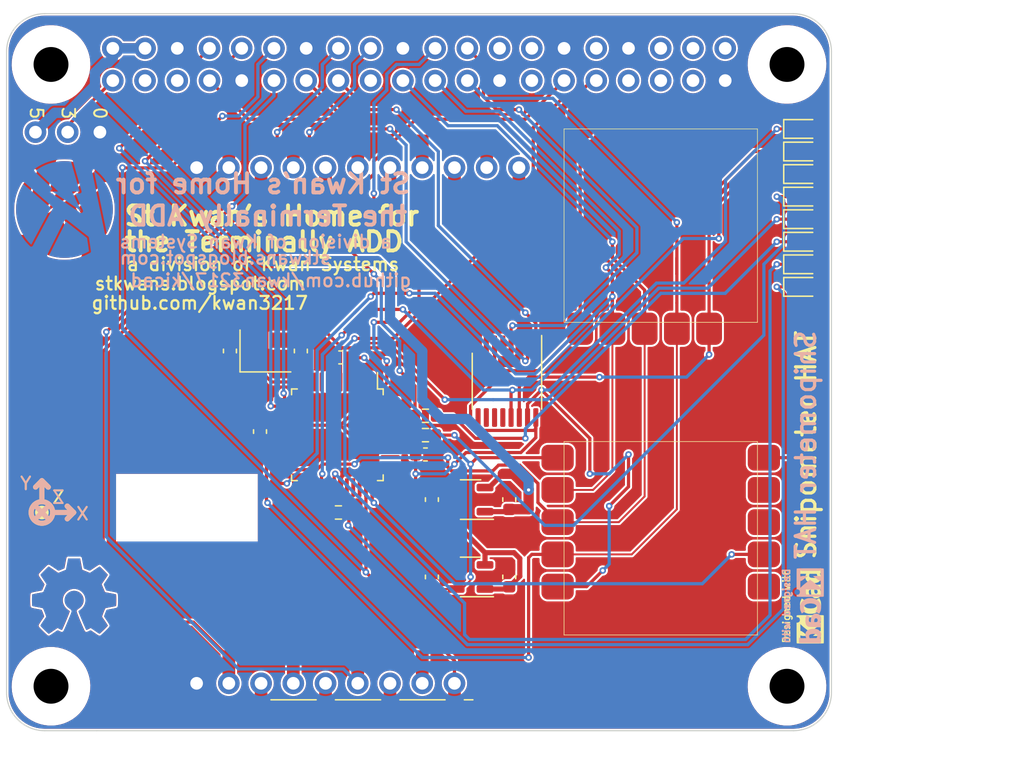
<source format=kicad_pcb>
(kicad_pcb (version 20221018) (generator pcbnew)
  (title_block (date "2022-10-07"))
  (layers (0 "F.Cu" jumper) (31 "B.Cu" signal) (34 "B.Paste" user) (35 "F.Paste" user) (36 "B.SilkS" user "B.Silkscreen") (37 "F.SilkS" user "F.Silkscreen") (38 "B.Mask" user) (39 "F.Mask" user) (44 "Edge.Cuts" user))
  (net 0 "")
  (net 1 "+1V8")
  (net 2 "/LPC_~{BOOTSTRAP}")
  (net 3 "3V3")
  (net 9 "/MOSI_3V3")
  (net 10 "/MISO_3V3")
  (net 14 "/SCK_3V3")
  (net 20 "+3V3")
  (net 32 "+3.3VP")
  (net 33 "/GPS_~{RESET}")
  (net 34 "/DRDY-")
  (net 35 "/~{DRDY}_MAG_ECHO")
  (net 36 "Net-(D141-K)")
  (net 37 "Net-(D144-K)")
  (net 42 "GND")
  (net 43 "+5V")
  (net 44 "/~{DRDY}_6D_ECHO")
  (net 45 "/Timer/PPS_ECHO")
  (net 47 "/~{CE0}")
  (net 50 "/GPS_TX")
  (net 51 "/GPS_RX")
  (net 55 "/DRDY_6D")
  (net 58 "/PPS")
  (net 59 "/LPC_TX")
  (net 60 "/LPC_RX")
  (net 61 "/Timer/XTAL2")
  (net 62 "/Timer/XTAL1")
  (net 63 "/~{CS}_6D")
  (net 64 "/DRDY_MAG")
  (net 65 "/LPC_~{RESET}")
  (net 70 "/Timer/SCL0")
  (net 73 "/Timer/SDA0")
  (net 74 "/~{CS}_LPC_3V3")
  (net 75 "/Timer/CAP1.3")
  (net 80 "unconnected-(U1201-RTCX1-Pad20)")
  (net 81 "/~{CS}_PRES")
  (net 87 "/CS_A1")
  (net 88 "/CS_A0")
  (footprint "Capacitor_SMD:C_0603_1608Metric" (layer "F.Cu") (at 171.621 73.887 180)
    (fp_text reference "C1205" hide)
    (fp_text value "100nF" hide)
  )
  (footprint "Resistor_SMD:R_0603_1608Metric" (layer "F.Cu") (at 171.45 86.106)
    (fp_text reference "R1" hide)
    (fp_text value "68" hide)
  )
  (footprint "KwanSystems:Axis" (layer "F.Cu") (at 148.082 86.106)
    (fp_text reference "G101" hide)
    (fp_text value "Axis" hide)
  )
  (footprint "KwanSystems:Symbol_KiCAD-Logo_CopperAndSilkScreenTop_small" (layer "F.Cu") (at 208.534 93.472 90)
    (fp_text reference "G103" hide)
    (fp_text value "Designed with")
  )
  (footprint "KwanSystems:OSHW-Symbol_6.7x6mm_SolderMask" (layer "F.Cu") (at 150.622 92.71)
    (fp_text reference "G104" hide)
    (fp_text value "OSHW" hide)
  )
  (footprint "Resistor_SMD:R_0603_1608Metric" (layer "F.Cu") (at 178.308 78.486)
    (fp_text reference "R144" hide)
    (fp_text value "68" hide)
  )
  (footprint "Capacitor_SMD:C_0603_1608Metric" (layer "F.Cu") (at 178.816 85.09 90)
    (fp_text reference "C405" hide)
    (fp_text value "1uF" hide)
  )
  (footprint "Capacitor_SMD:C_0603_1608Metric" (layer "F.Cu") (at 165.271 79.729 -90)
    (fp_text reference "C1217" hide)
    (fp_text value "100nF" hide)
  )
  (footprint "KwanSystems:PiHAT" (layer "F.Cu") (at 152.4 50.8)
    (fp_text reference "J101" hide)
    (fp_text value "Raspberry_Pi_40" hide)
    (fp_arc (start -7.1 -1) (mid -6.22132 -3.12132) (end -4.1 -4) (stroke (width 0.1)) (layer "Edge.Cuts"))
    (fp_arc (start -4.1 52.5) (mid -6.22132 51.62132) (end -7.1 49.5) (stroke (width 0.1)) (layer "Edge.Cuts"))
    (fp_arc (start 54.9 -4) (mid 57.02132 -3.12132) (end 57.9 -1) (stroke (width 0.1)) (layer "Edge.Cuts"))
    (fp_arc (start 57.9 49.5) (mid 57.02132 51.62132) (end 54.9 52.5) (stroke (width 0.1)) (layer "Edge.Cuts"))
  )
  (footprint "Resistor_SMD:R_0603_1608Metric" (layer "F.Cu") (at 178.308 80.01)
    (fp_text reference "R2" hide)
    (fp_text value "68" hide)
  )
  (footprint "LED_SMD:LED_0603_1608Metric" (layer "F.Cu") (at 208.026 62.992)
    (fp_text reference "D106" hide)
    (fp_text value "Blue")
  )
  (footprint "LED_SMD:LED_0603_1608Metric" (layer "F.Cu") (at 208.026 66.548)
    (fp_text reference "D130" hide)
    (fp_text value "Green")
  )
  (footprint "Package_QFP:LQFP-48_7x7mm_P0.5mm" (layer "F.Cu") (at 171.367 79.983 -90)
    (fp_text reference "U1201" hide)
    (fp_text value "LPC2103" hide)
  )
  (footprint "KwanSystems:StampPad" (layer "F.Cu") (at 196.85 63.5 90)
    (fp_text reference "J105" hide)
    (fp_text value "BME280" hide)
  )
  (footprint "Capacitor_SMD:C_0603_1608Metric" (layer "F.Cu") (at 184.912 85.09 90)
    (fp_text reference "C401" hide)
    (fp_text value "1uF" hide)
  )
  (footprint "LED_SMD:LED_0603_1608Metric" (layer "F.Cu") (at 208.026 64.77)
    (fp_text reference "D144" hide)
    (fp_text value "Yellow")
  )
  (footprint "KwanSystems:StampPad" (layer "F.Cu") (at 196.85 88.138)
    (fp_text reference "J104" hide)
    (fp_text value "ICM20948" hide)
  )
  (footprint "Connector_PinHeader_2.54mm:PinHeader_1x03_P2.54mm_Horizontal" (layer "F.Cu") (at 152.654 56.134 -90)
    (fp_text reference "J102" hide)
    (fp_text value "Conn_01x03" hide)
  )
  (footprint "LED_SMD:LED_0603_1608Metric" (layer "F.Cu") (at 208.026 59.436)
    (fp_text reference "D104" hide)
    (fp_text value "White")
  )
  (footprint "Capacitor_SMD:C_0603_1608Metric" (layer "F.Cu") (at 178.816 91.186 90)
    (fp_text reference "C505" hide)
    (fp_text value "1uF" hide)
  )
  (footprint "Capacitor_SMD:C_0603_1608Metric" (layer "F.Cu") (at 184.912 91.186 90)
    (fp_text reference "C501" hide)
    (fp_text value "1uF" hide)
  )
  (footprint "Capacitor_SMD:C_0603_1608Metric" (layer "F.Cu") (at 178.308 81.534)
    (fp_text reference "C1240" hide)
    (fp_text value "100nF" hide)
  )
  (footprint "Capacitor_SMD:C_0603_1608Metric" (layer "F.Cu") (at 168.489 73.379 90)
    (fp_text reference "C1211" hide)
    (fp_text value "22pF" hide)
  )
  (footprint "LED_SMD:LED_0603_1608Metric" (layer "F.Cu") (at 208.026 55.88)
    (fp_text reference "D101" hide)
    (fp_text value "White")
  )
  (footprint "LED_SMD:LED_0603_1608Metric" (layer "F.Cu") (at 208.026 61.214)
    (fp_text reference "D141" hide)
    (fp_text value "Yellow")
  )
  (footprint "Package_SO:TSSOP-16_4.4x5mm_P0.65mm" (layer "F.Cu") (at 184.729 75.7605 -90)
    (fp_text reference "U102" hide)
    (fp_text value "74LS138" hide)
  )
  (footprint "Package_TO_SOT_SMD:SOT-23-5" (layer "F.Cu") (at 181.864 85.09 180)
    (fp_text reference "U401" hide)
    (fp_text value "TCR2EF 3.3V" hide)
  )
  (footprint "SparkfunBreakout:ZED-F9R" (layer "F.Cu") (at 146.304 100.838 90)
    (fp_text reference "J106" hide)
    (fp_text value "ZED-F9R")
  )
  (footprint "Crystal:Crystal_SMD_Abracon_ABM8G-4Pin_3.2x2.5mm" (layer "F.Cu") (at 165.695 73.379)
    (fp_text reference "Y1201" hide)
    (fp_text value "12MHz" hide)
  )
  (footprint "Capacitor_SMD:C_0603_1608Metric" (layer "F.Cu") (at 162.901 73.379 -90)
    (fp_text reference "C1212" hide)
    (fp_text value "22pF" hide)
  )
  (footprint "LED_SMD:LED_0603_1608Metric" (layer "F.Cu") (at 208.026 68.326)
    (fp_text reference "D129" hide)
    (fp_text value "Red")
  )
  (footprint "KwanSystems:StKwansSoldermask" (layer "F.Cu") (at 149.86 62.23)
    (fp_text reference "G102" hide)
    (fp_text value "KwanSystems" hide)
  )
  (footprint "LED_SMD:LED_0603_1608Metric" (layer "F.Cu") (at 208.026 57.658)
    (fp_text reference "D103" hide)
    (fp_text value "White")
  )
  (footprint "Package_TO_SOT_SMD:SOT-23-5" (layer "F.Cu") (at 181.864 91.186 180)
    (fp_text reference "U501" hide)
    (fp_text value "TCR2EF 1.8V" hide)
  )
  (footprint "KwanSystems:StKwansSoldermask" (layer "B.Cu") (at 149.86 62.23 180)
    (fp_text reference "G105" hide)
    (fp_text value "KwanSystems" hide)
  )
  (footprint "KwanSystems:Symbol_KiCAD-Logo_CopperAndSilkScreenTop_small" (layer "B.Cu") (at 208.534 93.472 -90)
    (fp_text reference "G107" hide)
    (fp_text value "Designed with")
  )
  (footprint "KwanSystems:OSHW-Symbol_6.7x6mm_SolderMask" (layer "B.Cu") (at 150.622 92.71 180)
    (fp_text reference "G106" hide)
    (fp_text value "OSHW" hide)
  )
  (gr_line (start 207.3 46.8) (end 148.3 46.8) (stroke (width 0.1)) (layer "Edge.Cuts"))
  (gr_line (start 148.3 103.3) (end 152.4 103.3) (stroke (width 0.1)) (layer "Edge.Cuts"))
  (gr_line (start 152.4 103.3) (end 207.3 103.3) (stroke (width 0.1)) (layer "Edge.Cuts"))
  (gr_line (start 210.3 100.3) (end 210.3 49.8) (stroke (width 0.1)) (layer "Edge.Cuts"))
  (gr_line (start 145.3 49.8) (end 145.3 100.3) (stroke (width 0.1)) (layer "Edge.Cuts"))
  (gr_text "Shipometer HAT" (at 208.28 80.772 90) (layer "B.SilkS") (effects (font (size 1.524 1.524) (thickness 0.254)) (justify mirror)))
  (gr_text "Shipometer HAT" (at 208.302465 80.794856 90) (layer "F.SilkS") (effects (font (size 1.524 1.524) (thickness 0.254))))
  (segment (start 181.168 92.136) (end 181.864 91.44) (width 0.1524) (layer "F.Cu") (net 1))
  (segment (start 181.864 91.44) (end 181.864 91.186) (width 0.1524) (layer "F.Cu") (net 1))
  (segment (start 178.991 92.136) (end 178.816 91.961) (width 0.1524) (layer "F.Cu") (net 1))
  (segment (start 172.117 75.8205) (end 172.117 74.166) (width 0.254) (layer "F.Cu") (net 1))
  (segment (start 180.7265 92.136) (end 181.168 92.136) (width 0.1524) (layer "F.Cu") (net 1))
  (segment (start 180.7265 92.136) (end 178.991 92.136) (width 0.1524) (layer "F.Cu") (net 1))
  (segment (start 173.482 73.914) (end 172.423 73.914) (width 0.254) (layer "F.Cu") (net 1))
  (segment (start 182.372 81.788) (end 188.722 81.788) (width 0.254) (layer "F.Cu") (net 1))
  (segment (start 172.423 73.914) (end 172.396 73.887) (width 0.254) (layer "F.Cu") (net 1))
  (segment (start 172.117 74.166) (end 172.396 73.887) (width 0.254) (layer "F.Cu") (net 1))
  (segment (start 181.864 82.296) (end 182.372 81.788) (width 0.254) (layer "F.Cu") (net 1))
  (via (at 173.482 73.914) (size 0.508) (drill 0.254) (layers "F.Cu" "B.Cu") (net 1))
  (via (at 181.864 82.296) (size 0.508) (drill 0.254) (layers "F.Cu" "B.Cu") (net 1))
  (via (at 181.864 91.186) (size 0.508) (drill 0.254) (layers "F.Cu" "B.Cu") (net 1))
  (segment (start 181.864 82.296) (end 173.482 73.914) (width 0.254) (layer "B.Cu") (net 1))
  (segment (start 181.864 91.186) (end 181.864 82.296) (width 0.254) (layer "B.Cu") (net 1))
  (segment (start 177.483 78.486) (end 177.483 76.137) (width 0.254) (layer "F.Cu") (net 2))
  (segment (start 176.545 79.233) (end 175.5295 79.233) (width 0.254) (layer "F.Cu") (net 2))
  (segment (start 169.164 62.23) (end 169.164 56.134) (width 0.254) (layer "F.Cu") (net 2))
  (segment (start 177.483 76.137) (end 176.276 74.93) (width 0.254) (layer "F.Cu") (net 2))
  (segment (start 177.483 78.486) (end 177.292 78.486) (width 0.254) (layer "F.Cu") (net 2))
  (segment (start 177.292 78.486) (end 176.545 79.233) (width 0.254) (layer "F.Cu") (net 2))
  (segment (start 174.244 67.31) (end 169.164 62.23) (width 0.254) (layer "F.Cu") (net 2))
  (via (at 169.164 56.134) (size 0.508) (drill 0.254) (layers "F.Cu" "B.Cu") (net 2))
  (via (at 174.244 67.31) (size 0.508) (drill 0.254) (layers "F.Cu" "B.Cu") (net 2))
  (via (at 176.276 74.93) (size 0.508) (drill 0.254) (layers "F.Cu" "B.Cu") (net 2))
  (segment (start 174.8282 67.8942) (end 174.244 67.31) (width 0.254) (layer "B.Cu") (net 2))
  (segment (start 176.276 74.93) (end 176.276 72.597868) (width 0.254) (layer "B.Cu") (net 2))
  (segment (start 176.276 72.597868) (end 174.8282 71.150068) (width 0.254) (layer "B.Cu") (net 2))
  (segment (start 172.72 52.578) (end 172.72 50.8) (width 0.254) (layer "B.Cu") (net 2))
  (segment (start 169.164 56.134) (end 172.72 52.578) (width 0.254) (layer "B.Cu") (net 2))
  (segment (start 172.72 50.8) (end 173.99 49.53) (width 0.254) (layer "B.Cu") (net 2))
  (segment (start 174.8282 71.150068) (end 174.8282 67.8942) (width 0.254) (layer "B.Cu") (net 2))
  (segment (start 162.814 97.282) (end 162.814 97.918) (width 0.254) (layer "F.Cu") (net 3))
  (segment (start 162.814 97.536) (end 162.814 97.918) (width 0.254) (layer "F.Cu") (net 3))
  (segment (start 160.02 94.742) (end 162.814 97.536) (width 0.254) (layer "F.Cu") (net 3))
  (segment (start 158.496 94.742) (end 160.02 94.742) (width 0.254) (layer "F.Cu") (net 3))
  (segment (start 165.354 60.96) (end 152.908 73.406) (width 0.254) (layer "F.Cu") (net 3))
  (segment (start 165.354 60.578) (end 165.354 60.96) (width 0.254) (layer "F.Cu") (net 3))
  (segment (start 152.908 89.154) (end 158.496 94.742) (width 0.254) (layer "F.Cu") (net 3))
  (segment (start 152.908 73.406) (end 152.908 89.154) (width 0.254) (layer "F.Cu") (net 3))
  (segment (start 193.04 66.04) (end 193.04 64.77) (width 0.254) (layer "F.Cu") (net 9))
  (segment (start 188.722 86.868) (end 193.548 86.868) (width 0.1524) (layer "F.Cu") (net 9))
  (segment (start 170.187658 82.296) (end 172.72 82.296) (width 0.254) (layer "F.Cu") (net 9))
  (segment (start 187.1726 85.3186) (end 188.722 86.868) (width 0.254) (layer "F.Cu") (net 9))
  (segment (start 195.58 71.628) (end 195.58 68.58) (width 0.254) (layer "F.Cu") (net 9))
  (segment (start 184.0738 82.3722) (end 185.7248 82.3722) (width 0.254) (layer "F.Cu") (net 9))
  (segment (start 167.2045 82.733) (end 169.750658 82.733) (width 0.254) (layer "F.Cu") (net 9))
  (segment (start 195.58 68.58) (end 193.04 66.04) (width 0.254) (layer "F.Cu") (net 9))
  (segment (start 180.3654 82.8294) (end 183.6166 82.8294) (width 0.254) (layer "F.Cu") (net 9))
  (segment (start 180.0606 81.8134) (end 180.0606 82.5246) (width 0.254) (layer "F.Cu") (net 9))
  (segment (start 169.750658 82.733) (end 170.187658 82.296) (width 0.254) (layer "F.Cu") (net 9))
  (segment (start 180.0606 82.5246) (end 180.3654 82.8294) (width 0.254) (layer "F.Cu") (net 9))
  (segment (start 185.7248 82.3722) (end 187.1726 83.82) (width 0.254) (layer "F.Cu") (net 9))
  (segment (start 183.6166 82.8294) (end 184.0738 82.3722) (width 0.254) (layer "F.Cu") (net 9))
  (segment (start 180.086 81.788) (end 180.0606 81.8134) (width 0.254) (layer "F.Cu") (net 9))
  (segment (start 195.58 84.836) (end 195.58 71.628) (width 0.1524) (layer "F.Cu") (net 9))
  (segment (start 193.548 86.868) (end 195.58 84.836) (width 0.1524) (layer "F.Cu") (net 9))
  (segment (start 187.1726 83.82) (end 187.1726 85.3186) (width 0.254) (layer "F.Cu") (net 9))
  (via (at 193.04 64.77) (size 0.508) (drill 0.254) (layers "F.Cu" "B.Cu") (net 9))
  (via (at 180.086 81.788) (size 0.508) (drill 0.254) (layers "F.Cu" "B.Cu") (net 9))
  (via (at 172.72 82.296) (size 0.508) (drill 0.254) (layers "F.Cu" "B.Cu") (net 9))
  (segment (start 172.72 82.296) (end 173.228 81.788) (width 0.254) (layer "B.Cu") (net 9))
  (segment (start 183.969213 55.626) (end 180.086 55.626) (width 0.254) (layer "B.Cu") (net 9))
  (segment (start 193.04 64.696787) (end 183.969213 55.626) (width 0.254) (layer "B.Cu") (net 9))
  (segment (start 173.228 81.788) (end 180.086 81.788) (width 0.254) (layer "B.Cu") (net 9))
  (segment (start 180.086 55.626) (end 176.53 52.07) (width 0.254) (layer "B.Cu") (net 9))
  (segment (start 177.038 68.834) (end 174.244 68.834) (width 0.254) (layer "F.Cu") (net 10))
  (segment (start 193.04 69.088) (end 193.04 71.628) (width 0.254) (layer "F.Cu") (net 10))
  (segment (start 166.1876 82.511203) (end 166.1876 83.1296) (width 0.254) (layer "F.Cu") (net 10))
  (segment (start 191.516 84.328) (end 193.04 82.804) (width 0.1524) (layer "F.Cu") (net 10))
  (segment (start 167.2045 82.233) (end 166.465803 82.233) (width 0.254) (layer "F.Cu") (net 10))
  (segment (start 193.04 67.31) (end 193.04 71.628) (width 0.254) (layer "F.Cu") (net 10))
  (segment (start 193.04 82.804) (end 193.04 71.628) (width 0.1524) (layer "F.Cu") (net 10))
  (segment (start 166.878 83.82) (end 167.386 83.82) (width 0.254) (layer "F.Cu") (net 10))
  (segment (start 193.04 67.31) (end 192.532 66.802) (width 0.254) (layer "F.Cu") (net 10))
  (segment (start 166.1876 83.1296) (end 166.878 83.82) (width 0.254) (layer "F.Cu") (net 10))
  (segment (start 166.465803 82.233) (end 166.1876 82.511203) (width 0.254) (layer "F.Cu") (net 10))
  (segment (start 193.04 71.628) (end 193.04 72.136) (width 0.254) (layer "F.Cu") (net 10))
  (segment (start 188.722 84.328) (end 191.516 84.328) (width 0.1524) (layer "F.Cu") (net 10))
  (segment (start 174.244 68.834) (end 173.99 69.088) (width 0.254) (layer "F.Cu") (net 10))
  (via (at 193.04 69.088) (size 0.508) (drill 0.254) (layers "F.Cu" "B.Cu") (net 10))
  (via (at 173.99 69.088) (size 0.508) (drill 0.254) (layers "F.Cu" "B.Cu") (net 10))
  (via (at 167.386 83.82) (size 0.508) (drill 0.254) (layers "F.Cu" "B.Cu") (net 10))
  (via (at 177.038 68.834) (size 0.508) (drill 0.254) (layers "F.Cu" "B.Cu") (net 10))
  (via (at 192.532 66.802) (size 0.508) (drill 0.254) (layers "F.Cu" "B.Cu") (net 10))
  (segment (start 185.42 75.184) (end 186.944 75.184) (width 0.254) (layer "B.Cu") (net 10))
  (segment (start 169.7736 81.4324) (end 169.7736 73.312058) (width 0.254) (layer "B.Cu") (net 10))
  (segment (start 193.5734 63.9318) (end 193.3448 63.7032) (width 0.254) (layer "B.Cu") (net 10))
  (segment (start 172.723829 70.361829) (end 173.99 69.095658) (width 0.254) (layer "B.Cu") (net 10))
  (segment (start 193.5734 65.7606) (end 193.5734 63.9318) (width 0.254) (layer "B.Cu") (net 10))
  (segment (start 169.7736 73.312058) (end 172.723829 70.361829) (width 0.254) (layer "B.Cu") (net 10))
  (segment (start 184.1246 54.483) (end 181.483 54.483) (width 0.254) (layer "B.Cu") (net 10))
  (segment (start 192.532 66.802) (end 193.5734 65.7606) (width 0.254) (layer "B.Cu") (net 10))
  (segment (start 172.723829 70.361829) (end 172.981658 70.104) (width 0.254) (layer "B.Cu") (net 10))
  (segment (start 173.99 69.095658) (end 173.99 69.088) (width 0.254) (layer "B.Cu") (net 10))
  (segment (start 181.483 54.483) (end 179.07 52.07) (width 0.254) (layer "B.Cu") (net 10))
  (segment (start 167.386 83.82) (end 169.7736 81.4324) (width 0.254) (layer "B.Cu") (net 10))
  (segment (start 193.3448 63.7032) (end 184.1246 54.483) (width 0.254) (layer "B.Cu") (net 10))
  (segment (start 177.038 68.834) (end 179.07 68.834) (width 0.254) (layer "B.Cu") (net 10))
  (segment (start 179.07 68.834) (end 185.42 75.184) (width 0.254) (layer "B.Cu") (net 10))
  (segment (start 186.944 75.184) (end 193.04 69.088) (width 0.254) (layer "B.Cu") (net 10))
  (segment (start 188.722 89.408) (end 194.564 89.408) (width 0.1524) (layer "F.Cu") (net 14))
  (segment (start 186.436 89.662) (end 186.436 97.536) (width 0.254) (layer "F.Cu") (net 14))
  (segment (start 165.862 85.344) (end 165.7812 85.2632) (width 0.254) (layer "F.Cu") (net 14))
  (segment (start 194.564 89.408) (end 198.12 85.852) (width 0.1524) (layer "F.Cu") (net 14))
  (segment (start 166.171 81.733) (end 167.2045 81.733) (width 0.254) (layer "F.Cu") (net 14))
  (segment (start 198.12 67.31) (end 198.12 69.596) (width 0.254) (layer "F.Cu") (net 14))
  (segment (start 165.7812 82.1228) (end 166.171 81.733) (width 0.254) (layer "F.Cu") (net 14))
  (segment (start 198.12 63.246) (end 198.12 67.31) (width 0.254) (layer "F.Cu") (net 14))
  (segment (start 198.12 85.852) (end 198.12 71.628) (width 0.1524) (layer "F.Cu") (net 14))
  (segment (start 198.12 69.596) (end 198.12 71.628) (width 0.254) (layer "F.Cu") (net 14))
  (segment (start 198.12 66.04) (end 198.12 67.31) (width 0.254) (layer "F.Cu") (net 14))
  (segment (start 165.7812 85.2632) (end 165.7812 82.1228) (width 0.254) (layer "F.Cu") (net 14))
  (segment (start 188.722 89.408) (end 186.69 89.408) (width 0.254) (layer "F.Cu") (net 14))
  (segment (start 186.69 89.408) (end 186.436 89.662) (width 0.254) (layer "F.Cu") (net 14))
  (via (at 186.436 97.536) (size 0.508) (drill 0.254) (layers "F.Cu" "B.Cu") (net 14))
  (via (at 198.12 63.246) (size 0.508) (drill 0.254) (layers "F.Cu" "B.Cu") (net 14))
  (via (at 165.862 85.344) (size 0.508) (drill 0.254) (layers "F.Cu" "B.Cu") (net 14))
  (segment (start 186.436 97.536) (end 178.054 97.536) (width 0.254) (layer "B.Cu") (net 14))
  (segment (start 183.007 53.467) (end 181.61 52.07) (width 0.254) (layer "B.Cu") (net 14))
  (segment (start 198.12 63.246) (end 188.341 53.467) (width 0.254) (layer "B.Cu") (net 14))
  (segment (start 178.054 97.536) (end 165.862 85.344) (width 0.254) (layer "B.Cu") (net 14))
  (segment (start 188.341 53.467) (end 183.007 53.467) (width 0.254) (layer "B.Cu") (net 14))
  (segment (start 181.5084 81.3816) (end 180.881368 82.008632) (width 0.254) (layer "F.Cu") (net 20))
  (segment (start 178.991 86.04) (end 178.816 85.865) (width 0.254) (layer "F.Cu") (net 20))
  (segment (start 181.864 79.307053) (end 181.864 77.724) (width 0.254) (layer "F.Cu") (net 20))
  (segment (start 183.754 74.93) (end 183.754 72.898) (width 0.254) (layer "F.Cu") (net 20))
  (segment (start 187.004 79.502) (end 186.8661 79.6399) (width 0.254) (layer "F.Cu") (net 20))
  (segment (start 172.617 78.225) (end 172.617 75.8205) (width 0.254) (layer "F.Cu") (net 20))
  (segment (start 208.8135 80.2385) (end 207.264 81.788) (width 0.254) (layer "F.Cu") (net 20))
  (segment (start 183.0015 89.2755) (end 183.0015 90.236) (width 0.4064) (layer "F.Cu") (net 20))
  (segment (start 178.816 85.865) (end 177.533 84.582) (width 0.254) (layer "F.Cu") (net 20))
  (segment (start 183.754 75.834) (end 183.754 74.93) (width 0.254) (layer "F.Cu") (net 20))
  (segment (start 171.609 79.233) (end 172.617 78.225) (width 0.254) (layer "F.Cu") (net 20))
  (segment (start 208.8135 61.214) (end 208.8135 62.992) (width 0.254) (layer "F.Cu") (net 20))
  (segment (start 186.944 80.264) (end 187.004 80.204) (width 0.254) (layer "F.Cu") (net 20))
  (segment (start 174.498 80.940197) (end 174.790803 81.233) (width 0.254) (layer "F.Cu") (net 20))
  (segment (start 183.0015 92.136) (end 184.737 92.136) (width 0.4064) (layer "F.Cu") (net 20))
  (segment (start 175.5295 80.233) (end 174.498 80.233) (width 0.254) (layer "F.Cu") (net 20))
  (segment (start 208.8135 66.548) (end 208.8135 68.326) (width 0.254) (layer "F.Cu") (net 20))
  (segment (start 167.2045 79.233) (end 165.55 79.233) (width 0.254) (layer "F.Cu") (net 20))
  (segment (start 182.196847 79.6399) (end 181.864 79.307053) (width 0.254) (layer "F.Cu") (net 20))
  (segment (start 208.8135 59.436) (end 208.8135 61.214) (width 0.254) (layer "F.Cu") (net 20))
  (segment (start 185.7426 89.7306) (end 185.7426 91.1304) (width 0.4064) (layer "F.Cu") (net 20))
  (segment (start 185.7426 91.1304) (end 184.912 91.961) (width 0.4064) (layer "F.Cu") (net 20))
  (segment (start 208.8135 57.658) (end 208.8135 59.436) (width 0.254) (layer "F.Cu") (net 20))
  (segment (start 174.498 80.233) (end 172.609 80.233) (width 0.254) (layer "F.Cu") (net 20))
  (segment (start 180.7265 86.04) (end 180.7265 87.0005) (width 0.4064) (layer "F.Cu") (net 20))
  (segment (start 184.737 92.136) (end 184.912 91.961) (width 0.4064) (layer "F.Cu") (net 20))
  (segment (start 187.198 74.93) (end 190.5 71.628) (width 0.254) (layer "F.Cu") (net 20))
  (segment (start 185.2875 89.2755) (end 185.7426 89.7306) (width 0.4064) (layer "F.Cu") (net 20))
  (segment (start 180.7265 86.04) (end 178.991 86.04) (width 0.254) (layer "F.Cu") (net 20))
  (segment (start 172.609 80.233) (end 171.609 79.233) (width 0.254) (layer "F.Cu") (net 20))
  (segment (start 186.8661 79.6399) (end 182.196847 79.6399) (width 0.254) (layer "F.Cu") (net 20))
  (segment (start 183.754 74.93) (end 187.198 74.93) (width 0.254) (layer "F.Cu") (net 20))
  (segment (start 177.232 81.233) (end 177.533 81.534) (width 0.254) (layer "F.Cu") (net 20))
  (segment (start 165.55 79.233) (end 165.271 78.954) (width 0.254) (layer "F.Cu") (net 20))
  (segment (start 181.864 77.724) (end 183.754 75.834) (width 0.254) (layer "F.Cu") (net 20))
  (segment (start 208.8135 62.992) (end 208.8135 64.77) (width 0.254) (layer "F.Cu") (net 20))
  (segment (start 174.790803 81.233) (end 175.5295 81.233) (width 0.254) (layer "F.Cu") (net 20))
  (segment (start 187.004 80.204) (end 187.004 78.623) (width 0.254) (layer "F.Cu") (net 20))
  (segment (start 177.533 83.058) (end 177.533 81.534) (width 0.254) (layer "F.Cu") (net 20))
  (segment (start 167.2045 79.233) (end 171.609 79.233) (width 0.254) (layer "F.Cu") (net 20))
  (segment (start 183.0015 89.2755) (end 185.2875 89.2755) (width 0.4064) (layer "F.Cu") (net 20))
  (segment (start 180.7265 87.0005) (end 183.0015 89.2755) (width 0.4064) (layer "F.Cu") (net 20))
  (segment (start 180.881368 82.008632) (end 180.594 82.296) (width 0.254) (layer "F.Cu") (net 20))
  (segment (start 175.5295 81.233) (end 177.232 81.233) (width 0.254) (layer "F.Cu") (net 20))
  (segment (start 185.8264 81.3816) (end 181.5084 81.3816) (width 0.254) (layer "F.Cu") (net 20))
  (segment (start 177.533 84.582) (end 177.533 83.058) (width 0.254) (layer "F.Cu") (net 20))
  (segment (start 190.5 55.372) (end 192.0494 53.8226) (width 0.254) (layer "F.Cu") (net 20))
  (segment (start 186.944 80.264) (end 185.8264 81.3816) (width 0.254) (layer "F.Cu") (net 20))
  (segment (start 208.8135 55.88) (end 208.8135 57.658) (width 0.254) (layer "F.Cu") (net 20))
  (segment (start 187.004 78.623) (end 187.004 79.502) (width 0.254) (layer "F.Cu") (net 20))
  (segment (start 190.5 55.372) (end 190.5 71.628) (width 0.254) (layer "F.Cu") (net 20))
  (segment (start 208.8135 64.77) (end 208.8135 66.548) (width 0.254) (layer "F.Cu") (net 20))
  (segment (start 208.8135 68.326) (end 208.8135 80.2385) (width 0.254) (layer "F.Cu") (net 20))
  (segment (start 174.498 80.233) (end 174.498 80.940197) (width 0.254) (layer "F.Cu") (net 20))
  (segment (start 207.264 81.788) (end 204.978 81.788) (width 0.254) (layer "F.Cu") (net 20))
  (segment (start 192.0494 53.8226) (end 205.4606 53.8226) (width 0.254) (layer "F.Cu") (net 20))
  (segment (start 206.248 54.61) (end 207.5435 54.61) (width 0.254) (layer "F.Cu") (net 20))
  (segment (start 207.5435 54.61) (end 208.8135 55.88) (width 0.254) (layer "F.Cu") (net 20))
  (segment (start 205.4606 53.8226) (end 206.248 54.61) (width 0.254) (layer "F.Cu") (net 20))
  (via (at 180.594 82.296) (size 0.508) (drill 0.254) (layers "F.Cu" "B.Cu") (net 20))
  (via (at 177.533 83.058) (size 0.508) (drill 0.254) (layers "F.Cu" "B.Cu") (net 20))
  (segment (start 179.832 83.058) (end 177.533 83.058) (width 0.254) (layer "B.Cu") (net 20))
  (segment (start 180.594 82.296) (end 179.832 83.058) (width 0.254) (layer "B.Cu") (net 20))
  (segment (start 153.67 52.07) (end 150.114 55.626) (width 0.254) (layer "F.Cu") (net 32))
  (segment (start 150.114 55.626) (end 150.114 56.134) (width 0.254) (layer "F.Cu") (net 32))
  (segment (start 163.068 61.976) (end 153.162 71.882) (width 0.254) (layer "F.Cu") (net 33))
  (via (at 153.162 71.882) (size 0.508) (drill 0.254) (layers "F.Cu" "B.Cu") (net 33))
  (via (at 163.068 61.976) (size 0.508) (drill 0.254) (layers "F.Cu" "B.Cu") (net 33))
  (segment (start 153.162 71.882) (end 153.162 88.025132) (width 0.254) (layer "B.Cu") (net 33))
  (segment (start 164.084 55.558081) (end 164.084 60.96) (width 0.254) (layer "B.Cu") (net 33))
  (segment (start 164.084 60.96) (end 163.068 61.976) (width 0.254) (layer "B.Cu") (net 33))
  (segment (start 166.37 52.07) (end 166.37 53.272081) (width 0.254) (layer "B.Cu") (net 33))
  (segment (start 153.162 88.025132) (end 163.575468 98.4386) (width 0.254) (layer "B.Cu") (net 33))
  (segment (start 166.37 53.272081) (end 164.084 55.558081) (width 0.254) (layer "B.Cu") (net 33))
  (segment (start 171.8446 98.4386) (end 172.974 99.568) (width 0.254) (layer "B.Cu") (net 33))
  (segment (start 163.575468 98.4386) (end 171.8446 98.4386) (width 0.254) (layer "B.Cu") (net 33))
  (segment (start 205.994 68.326) (end 207.2385 68.326) (width 0.254) (layer "F.Cu") (net 34))
  (segment (start 172.275 87.059) (end 172.212 87.122) (width 0.254) (layer "F.Cu") (net 34))
  (segment (start 172.275 86.106) (end 172.275 87.059) (width 0.254) (layer "F.Cu") (net 34))
  (via (at 205.994 68.326) (size 0.508) (drill 0.254) (layers "F.Cu" "B.Cu") (net 34))
  (via (at 172.212 87.122) (size 0.508) (drill 0.254) (layers "F.Cu" "B.Cu") (net 34))
  (segment (start 206.502 92.964) (end 206.502 68.834) (width 0.254) (layer "B.Cu") (net 34))
  (segment (start 203.708 96.52) (end 206.502 93.726) (width 0.254) (layer "B.Cu") (net 34))
  (segment (start 181.61 96.52) (end 203.708 96.52) (width 0.254) (layer "B.Cu") (net 34))
  (segment (start 206.502 93.726) (end 206.502 92.964) (width 0.254) (layer "B.Cu") (net 34))
  (segment (start 206.502 68.834) (end 205.994 68.326) (width 0.254) (layer "B.Cu") (net 34))
  (segment (start 172.212 87.122) (end 181.61 96.52) (width 0.254) (layer "B.Cu") (net 34))
  (segment (start 207.2385 66.548) (end 205.994 66.548) (width 0.254) (layer "F.Cu") (net 35))
  (segment (start 171.117 83.137) (end 171.117 84.1455) (width 0.254) (layer "F.Cu") (net 35))
  (segment (start 171.196 83.058) (end 171.117 83.137) (width 0.254) (layer "F.Cu") (net 35))
  (via (at 205.994 66.548) (size 0.508) (drill 0.254) (layers "F.Cu" "B.Cu") (net 35))
  (via (at 171.196 83.058) (size 0.508) (drill 0.254) (layers "F.Cu" "B.Cu") (net 35))
  (segment (start 203.539664 96.1136) (end 181.778336 96.1136) (width 0.254) (layer "B.Cu") (net 35))
  (segment (start 205.4606 67.0814) (end 205.4606 94.192664) (width 0.254) (layer "B.Cu") (net 35))
  (segment (start 181.389368 93.251368) (end 171.196 83.058) (width 0.254) (layer "B.Cu") (net 35))
  (segment (start 205.4606 94.192664) (end 203.674632 95.978632) (width 0.254) (layer "B.Cu") (net 35))
  (segment (start 205.994 66.548) (end 205.4606 67.0814) (width 0.254) (layer "B.Cu") (net 35))
  (segment (start 203.674632 95.978632) (end 203.539664 96.1136) (width 0.254) (layer "B.Cu") (net 35))
  (segment (start 181.389368 95.724632) (end 181.389368 93.251368) (width 0.254) (layer "B.Cu") (net 35))
  (segment (start 181.778336 96.1136) (end 181.389368 95.724632) (width 0.254) (layer "B.Cu") (net 35))
  (segment (start 207.2385 61.214) (end 205.994 61.214) (width 0.254) (layer "F.Cu") (net 36))
  (segment (start 179.133 80.01) (end 180.594 80.01) (width 0.254) (layer "F.Cu") (net 36))
  (via (at 180.594 80.01) (size 0.508) (drill 0.254) (layers "F.Cu" "B.Cu") (net 36))
  (via (at 205.994 61.214) (size 0.508) (drill 0.254) (layers "F.Cu" "B.Cu") (net 36))
  (segment (start 187.706 87.122) (end 189.23 87.122) (width 0.254) (layer "B.Cu") (net 36))
  (segment (start 204.978 66.540342) (end 206.5274 64.990942) (width 0.254) (layer "B.Cu") (net 36))
  (segment (start 206.5274 61.7474) (end 206.5274 62.23) (width 0.254) (layer "B.Cu") (net 36))
  (segment (start 189.23 87.122) (end 189.984342 87.122) (width 0.254) (layer "B.Cu") (net 36))
  (segment (start 189.984342 87.122) (end 204.978 72.128342) (width 0.254) (layer "B.Cu") (net 36))
  (segment (start 206.5274 64.990942) (end 206.5274 62.23) (width 0.254) (layer "B.Cu") (net 36))
  (segment (start 180.594 80.01) (end 187.706 87.122) (width 0.254) (layer "B.Cu") (net 36))
  (segment (start 204.978 72.128342) (end 204.978 66.540342) (width 0.254) (layer "B.Cu") (net 36))
  (segment (start 206.5274 61.4934) (end 206.248 61.214) (width 0.254) (layer "B.Cu") (net 36))
  (segment (start 206.5274 62.23) (end 206.5274 61.4934) (width 0.254) (layer "B.Cu") (net 36))
  (segment (start 205.994 61.214) (end 206.5274 61.7474) (width 0.254) (layer "B.Cu") (net 36))
  (segment (start 182.246211 80.264) (end 186.182 80.264) (width 0.254) (layer "F.Cu") (net 37))
  (segment (start 207.2385 64.77) (end 205.994 64.77) (width 0.254) (layer "F.Cu") (net 37))
  (segment (start 179.133 78.486) (end 180.468211 78.486) (width 0.254) (layer "F.Cu") (net 37))
  (segment (start 180.468211 78.486) (end 182.246211 80.264) (width 0.254) (layer "F.Cu") (net 37))
  (via (at 205.994 64.77) (size 0.508) (drill 0.254) (layers "F.Cu" "B.Cu") (net 37))
  (via (at 186.182 80.264) (size 0.508) (drill 0.254) (layers "F.Cu" "B.Cu") (net 37))
  (segment (start 196.853829 68.837829) (end 201.926171 68.837829) (width 0.254) (layer "B.Cu") (net 37))
  (segment (start 186.182 79.509658) (end 186.182 80.264) (width 0.254) (layer "B.Cu") (net 37))
  (segment (start 196.853829 68.837829) (end 186.182 79.509658) (width 0.254) (layer "B.Cu") (net 37))
  (segment (start 201.926171 68.837829) (end 205.994 64.77) (width 0.254) (layer "B.Cu") (net 37))
  (segment (start 153.67 49.53) (end 156.21 49.53) (width 0.8128) (layer "F.Cu") (net 43))
  (segment (start 183.0015 86.04) (end 184.737 86.04) (width 0.4064) (layer "F.Cu") (net 43))
  (segment (start 186.436 85.852) (end 184.925 85.852) (width 0.8128) (layer "F.Cu") (net 43))
  (segment (start 184.737 86.04) (end 184.912 85.865) (width 0.4064) (layer "F.Cu") (net 43))
  (segment (start 184.925 85.852) (end 184.912 85.865) (width 0.8128) (layer "F.Cu") (net 43))
  (segment (start 183.0015 84.14) (end 183.322 84.14) (width 0.4064) (layer "F.Cu") (net 43))
  (segment (start 186.436 84.255539) (end 185.238461 83.058) (width 0.8128) (layer "F.Cu") (net 43))
  (segment (start 186.436 84.328) (end 186.436 84.255539) (width 0.8128) (layer "F.Cu") (net 43))
  (segment (start 185.238461 83.058) (end 184.404 83.058) (width 0.8128) (layer "F.Cu") (net 43))
  (segment (start 183.322 84.14) (end 184.404 83.058) (width 0.4064) (layer "F.Cu") (net 43))
  (segment (start 186.436 84.328) (end 186.436 85.852) (width 0.8128) (layer "F.Cu") (net 43))
  (via (at 186.436 84.328) (size 0.508) (drill 0.254) (layers "F.Cu" "B.Cu") (net 43))
  (segment (start 152.261689 52.462311) (end 152.261689 52.947689) (width 0.8128) (layer "B.Cu") (net 43))
  (segment (start 178.054 73.406) (end 178.054 77.216) (width 0.8128) (layer "B.Cu") (net 43))
  (segment (start 174.498 66.294) (end 175.514 67.31) (width 0.8128) (layer "B.Cu") (net 43))
  (segment (start 165.608 66.294) (end 174.498 66.294) (width 0.8128) (layer "B.Cu") (net 43))
  (segment (start 179.578 78.74) (end 181.61 78.74) (width 0.8128) (layer "B.Cu") (net 43))
  (segment (start 152.261689 52.947689) (end 160.528 61.214) (width 0.8128) (layer "B.Cu") (net 43))
  (segment (start 153.046311 50.661689) (end 153.300311 50.661689) (width 0.8128) (layer "B.Cu") (net 43))
  (segment (start 153.67 49.53) (end 156.21 49.53) (width 0.8128) (layer "B.Cu") (net 43))
  (segment (start 153.67 50.292) (end 153.67 49.53) (width 0.8128) (layer "B.Cu") (net 43))
  (segment (start 181.61 78.74) (end 186.436 83.566) (width 0.8128) (layer "B.Cu") (net 43))
  (segment (start 186.436 83.566) (end 186.436 84.328) (width 0.8128) (layer "B.Cu") (net 43))
  (segment (start 152.261689 52.462311) (end 152.261689 51.446311) (width 0.8128) (layer "B.Cu") (net 43))
  (segment (start 175.514 67.31) (end 175.514 70.866) (width 0.8128) (layer "B.Cu") (net 43))
  (segment (start 150.114 54.61) (end 152.261689 52.462311) (width 0.8128) (layer "B.Cu") (net 43))
  (segment (start 149.098 54.61) (end 150.114 54.61) (width 0.8128) (layer "B.Cu") (net 43))
  (segment (start 160.528 61.214) (end 162.814 58.928) (width 0.8128) (layer "B.Cu") (net 43))
  (segment (start 175.514 70.866) (end 178.054 73.406) (width 0.8128) (layer "B.Cu") (net 43))
  (segment (start 153.300311 50.661689) (end 153.67 50.292) (width 0.8128) (layer "B.Cu") (net 43))
  (segment (start 152.261689 51.446311) (end 153.046311 50.661689) (width 0.8128) (layer "B.Cu") (net 43))
  (segment (start 160.528 61.214) (end 165.608 66.294) (width 0.8128) (layer "B.Cu") (net 43))
  (segment (start 178.054 77.216) (end 179.578 78.74) (width 0.8128) (layer "B.Cu") (net 43))
  (segment (start 147.574 56.134) (end 149.098 54.61) (width 0.8128) (layer "B.Cu") (net 43))
  (segment (start 170.617 84.1455) (end 170.617 86.098) (width 0.254) (layer "F.Cu") (net 44))
  (segment (start 170.617 86.098) (end 170.625 86.106) (width 0.254) (layer "F.Cu") (net 44))
  (segment (start 175.5295 80.733) (end 176.76 80.733) (width 0.254) (layer "F.Cu") (net 45))
  (segment (start 176.76 80.733) (end 177.483 80.01) (width 0.254) (layer "F.Cu") (net 45))
  (segment (start 182.88 53.34) (end 183.388 53.848) (width 0.254) (layer "F.Cu") (net 47))
  (segment (start 183.896 54.356) (end 185.674 54.356) (width 0.254) (layer "F.Cu") (net 47))
  (segment (start 181.61 49.53) (end 182.88 50.8) (width 0.254) (layer "F.Cu") (net 47))
  (segment (start 185.054 71.486) (end 185.054 72.898) (width 0.254) (layer "F.Cu") (net 47))
  (segment (start 182.88 50.8) (end 182.88 53.34) (width 0.254) (layer "F.Cu") (net 47))
  (segment (start 183.388 53.848) (end 183.896 54.356) (width 0.254) (layer "F.Cu") (net 47))
  (segment (start 185.166 71.374) (end 185.054 71.486) (width 0.254) (layer "F.Cu") (net 47))
  (segment (start 184.404 72.898) (end 185.054 72.898) (width 0.254) (layer "F.Cu") (net 47))
  (via (at 185.674 54.356) (size 0.508) (drill 0.254) (layers "F.Cu" "B.Cu") (net 47))
  (via (at 185.166 71.374) (size 0.508) (drill 0.254) (layers "F.Cu" "B.Cu") (net 47))
  (segment (start 185.166 71.374) (end 189.23 71.374) (width 0.254) (layer "B.Cu") (net 47))
  (segment (start 189.23 71.374) (end 194.9704 65.6336) (width 0.254) (layer "B.Cu") (net 47))
  (segment (start 194.9704 63.6524) (end 185.674 54.356) (width 0.254) (layer "B.Cu") (net 47))
  (segment (start 194.9704 65.6336) (end 194.9704 63.6524) (width 0.254) (layer "B.Cu") (net 47))
  (segment (start 172.974 56.896) (end 172.974 57.278) (width 0.254) (layer "F.Cu") (net 50))
  (segment (start 171.196 55.118) (end 172.974 56.896) (width 0.254) (layer "F.Cu") (net 50))
  (segment (start 161.29 52.07) (end 164.338 55.118) (width 0.254) (layer "F.Cu") (net 50))
  (segment (start 164.338 55.118) (end 171.196 55.118) (width 0.254) (layer "F.Cu") (net 50))
  (segment (start 170.434 60.578) (end 173.102 60.578) (width 0.254) (layer "F.Cu") (net 51))
  (segment (start 173.102 60.578) (end 174.244 59.436) (width 0.254) (layer "F.Cu") (net 51))
  (segment (start 186.182 55.118) (end 189.23 52.07) (width 0.254) (layer "F.Cu") (net 51))
  (segment (start 177.546 55.118) (end 186.182 55.118) (width 0.254) (layer "F.Cu") (net 51))
  (segment (start 174.244 58.42) (end 177.546 55.118) (width 0.254) (layer "F.Cu") (net 51))
  (segment (start 174.244 59.436) (end 174.244 58.42) (width 0.254) (layer "F.Cu") (net 51))
  (segment (start 186.8034 55.7666) (end 186.8034 61.3546) (width 0.254) (layer "F.Cu") (net 55))
  (segment (start 174.117 85.217) (end 174.244 85.344) (width 0.254) (layer "F.Cu") (net 55))
  (segment (start 204.978 89.408) (end 202.438 89.408) (width 0.254) (layer "F.Cu") (net 55))
  (segment (start 186.8034 61.3546) (end 175.768 72.39) (width 0.254) (layer "F.Cu") (net 55))
  (segment (start 191.77 52.07) (end 191.418448 52.07) (width 0.254) (layer "F.Cu") (net 55))
  (segment (start 191.418448 52.07) (end 190.070224 53.418224) (width 0.254) (layer "F.Cu") (net 55))
  (segment (start 189.151776 53.418224) (end 186.8034 55.7666) (width 0.254) (layer "F.Cu") (net 55))
  (segment (start 175.768 72.39) (end 172.72 72.39) (width 0.254) (layer "F.Cu") (net 55))
  (segment (start 174.117 84.1455) (end 174.117 85.217) (width 0.254) (layer "F.Cu") (net 55))
  (segment (start 190.070224 53.418224) (end 189.151776 53.418224) (width 0.254) (layer "F.Cu") (net 55))
  (via (at 202.438 89.408) (size 0.508) (drill 0.254) (layers "F.Cu" "B.Cu") (net 55))
  (via (at 172.72 72.39) (size 0.508) (drill 0.254) (layers "F.Cu" "B.Cu") (net 55))
  (via (at 174.244 85.344) (size 0.508) (drill 0.254) (layers "F.Cu" "B.Cu") (net 55))
  (segment (start 171.958 83.058) (end 174.244 85.344) (width 0.254) (layer "B.Cu") (net 55))
  (segment (start 171.958 73.152) (end 171.958 83.058) (width 0.254) (layer "B.Cu") (net 55))
  (segment (start 172.72 72.39) (end 171.958 73.152) (width 0.254) (layer "B.Cu") (net 55))
  (segment (start 200.1266 91.7194) (end 180.6194 91.7194) (width 0.254) (layer "B.Cu") (net 55))
  (segment (start 180.6194 91.7194) (end 174.244 85.344) (width 0.254) (layer "B.Cu") (net 55))
  (segment (start 202.438 89.408) (end 200.1266 91.7194) (width 0.254) (layer "B.Cu") (net 55))
  (segment (start 158.2166 58.9534) (end 162.306 54.864) (width 0.254) (layer "F.Cu") (net 58))
  (segment (start 180.594 97.79) (end 173.617 90.813) (width 0.254) (layer "F.Cu") (net 58))
  (segment (start 180.594 99.568) (end 180.594 97.79) (width 0.254) (layer "F.Cu") (net 58))
  (segment (start 154.4574 58.9534) (end 158.2166 58.9534) (width 0.254) (layer "F.Cu") (net 58))
  (segment (start 154.432 58.928) (end 154.4574 58.9534) (width 0.254) (layer "F.Cu") (net 58))
  (segment (start 173.617 90.813) (end 173.617 84.1455) (width 0.254) (layer "F.Cu") (net 58))
  (via (at 162.306 54.864) (size 0.508) (drill 0.254) (layers "F.Cu" "B.Cu") (net 58))
  (via (at 154.432 58.928) (size 0.508) (drill 0.254) (layers "F.Cu" "B.Cu") (net 58))
  (via (at 173.617 90.813) (size 0.508) (drill 0.254) (layers "F.Cu" "B.Cu") (net 58))
  (segment (start 154.432 71.628) (end 154.432 58.928) (width 0.254) (layer "B.Cu") (net 58))
  (segment (start 163.576 54.864) (end 165.1 53.34) (width 0.254) (layer "B.Cu") (net 58))
  (segment (start 162.306 54.864) (end 163.576 54.864) (width 0.254) (layer "B.Cu") (net 58))
  (segment (start 165.1 50.8) (end 166.37 49.53) (width 0.254) (layer "B.Cu") (net 58))
  (segment (start 165.1 53.34) (end 165.1 50.8) (width 0.254) (layer "B.Cu") (net 58))
  (segment (start 173.617 90.813) (end 154.432 71.628) (width 0.254) (layer "B.Cu") (net 58))
  (segment (start 160.02 51.562) (end 160.782 50.8) (width 0.254) (layer "F.Cu") (net 59))
  (segment (start 160.02 54.61) (end 160.02 51.562) (width 0.254) (layer "F.Cu") (net 59))
  (segment (start 156.21 58.42) (end 160.02 54.61) (width 0.254) (layer "F.Cu") (net 59))
  (segment (start 162.56 50.8) (end 163.83 49.53) (width 0.254) (layer "F.Cu") (net 59))
  (segment (start 167.2045 77.233) (end 167.2045 76.7805) (width 0.254) (layer "F.Cu") (net 59))
  (segment (start 167.2045 76.7805) (end 167.132 76.708) (width 0.254) (layer "F.Cu") (net 59))
  (segment (start 160.782 50.8) (end 162.56 50.8) (width 0.254) (layer "F.Cu") (net 59))
  (via (at 167.132 76.708) (size 0.508) (drill 0.254) (layers "F.Cu" "B.Cu") (net 59))
  (via (at 156.21 58.42) (size 0.508) (drill 0.254) (layers "F.Cu" "B.Cu") (net 59))
  (segment (start 167.132 69.342) (end 156.21 58.42) (width 0.254) (layer "B.Cu") (net 59))
  (segment (start 167.132 76.708) (end 167.132 69.342) (width 0.254) (layer "B.Cu") (net 59))
  (segment (start 167.2045 77.733) (end 166.125 77.733) (width 0.254) (layer "F.Cu") (net 60))
  (segment (start 157.6206 51.4214) (end 158.242 50.8) (width 0.254) (layer "F.Cu") (net 60))
  (segment (start 157.6206 53.9614) (end 157.6206 51.4214) (width 0.254) (layer "F.Cu") (net 60))
  (segment (start 166.125 77.733) (end 166.116 77.724) (width 0.254) (layer "F.Cu") (net 60))
  (segment (start 154.178 57.404) (end 157.6206 53.9614) (width 0.254) (layer "F.Cu") (net 60))
  (segment (start 160.02 50.8) (end 161.29 49.53) (width 0.254) (layer "F.Cu") (net 60))
  (segment (start 158.242 50.8) (end 160.02 50.8) (width 0.254) (layer "F.Cu") (net 60))
  (via (at 166.116 77.724) (size 0.508) (drill 0.254) (layers "F.Cu" "B.Cu") (net 60))
  (via (at 154.178 57.404) (size 0.508) (drill 0.254) (layers "F.Cu" "B.Cu") (net 60))
  (segment (start 166.116 69.342) (end 154.178 57.404) (width 0.254) (layer "B.Cu") (net 60))
  (segment (start 166.116 77.724) (end 166.116 69.342) (width 0.254) (layer "B.Cu") (net 60))
  (segment (start 164.595 74.229) (end 162.976 74.229) (width 0.254) (layer "F.Cu") (net 61))
  (segment (start 162.976 74.229) (end 162.901 74.154) (width 0.254) (layer "F.Cu") (net 61))
  (segment (start 168.617 75.8205) (end 166.1865 75.8205) (width 0.254) (layer "F.Cu") (net 61))
  (segment (start 166.1865 75.8205) (end 164.595 74.229) (width 0.254) (layer "F.Cu") (net 61))
  (segment (start 169.2434 74.7406) (end 169.2434 73.3584) (width 0.254) (layer "F.Cu") (net 62))
  (segment (start 166.795 72.529) (end 168.414 72.529) (width 0.254) (layer "F.Cu") (net 62))
  (segment (start 169.117 75.8205) (end 169.117 74.867) (width 0.254) (layer "F.Cu") (net 62))
  (segment (start 169.117 74.867) (end 169.2434 74.7406) (width 0.254) (layer "F.Cu") (net 62))
  (segment (start 169.2434 73.3584) (end 168.489 72.604) (width 0.254) (layer "F.Cu") (net 62))
  (segment (start 168.414 72.529) (end 168.489 72.604) (width 0.254) (layer "F.Cu") (net 62))
  (segment (start 187.452 76.454) (end 186.882947 77.023053) (width 0.254) (layer "F.Cu") (net 63))
  (segment (start 186.354 77.552) (end 186.354 78.623) (width 0.254) (layer "F.Cu") (net 63))
  (segment (start 191.008 91.948) (end 188.722 91.948) (width 0.254) (layer "F.Cu") (net 63))
  (segment (start 192.278 90.678) (end 191.008 91.948) (width 0.254) (layer "F.Cu") (net 63))
  (segment (start 186.354 78.623) (end 186.354 77.998947) (width 0.254) (layer "F.Cu") (net 63))
  (segment (start 194.31 84.074) (end 192.786 85.598) (width 0.254) (layer "F.Cu") (net 63))
  (segment (start 191.262 80.264) (end 191.262 83.058) (width 0.254) (layer "F.Cu") (net 63))
  (segment (start 187.452 76.454) (end 191.262 80.264) (width 0.254) (layer "F.Cu") (net 63))
  (segment (start 187.452 76.454) (end 186.354 77.552) (width 0.254) (layer "F.Cu") (net 63))
  (segment (start 194.31 81.534) (end 194.31 84.074) (width 0.254) (layer "F.Cu") (net 63))
  (segment (start 207.2385 55.88) (end 205.994 55.88) (width 0.254) (layer "F.Cu") (net 63))
  (via (at 192.786 85.598) (size 0.508) (drill 0.254) (layers "F.Cu" "B.Cu") (net 63))
  (via (at 187.452 76.454) (size 0.508) (drill 0.254) (layers "F.Cu" "B.Cu") (net 63))
  (via (at 191.262 83.058) (size 0.508) (drill 0.254) (layers "F.Cu" "B.Cu") (net 63))
  (via (at 194.31 81.534) (size 0.508) (drill 0.254) (layers "F.Cu" "B.Cu") (net 63))
  (via (at 205.994 55.88) (size 0.508) (drill 0.254) (layers "F.Cu" "B.Cu") (net 63))
  (via (at 192.278 90.678) (size 0.508) (drill 0.254) (layers "F.Cu" "B.Cu") (net 63))
  (segment (start 192.786 83.058) (end 194.31 81.534) (width 0.254) (layer "B.Cu") (net 63))
  (segment (start 191.262 83.058) (end 192.786 83.058) (width 0.254) (layer "B.Cu") (net 63))
  (segment (start 187.452 76.454) (end 188.088186 76.454) (width 0.254) (layer "B.Cu") (net 63))
  (segment (start 201.9554 59.9186) (end 205.994 55.88) (width 0.254) (layer "B.Cu") (net 63))
  (segment (start 188.088186 76.454) (end 196.517157 68.025029) (width 0.254) (layer "B.Cu") (net 63))
  (segment (start 196.517157 68.025029) (end 198.667313 68.025029) (width 0.254) (layer "B.Cu") (net 63))
  (segment (start 192.786 90.17) (end 192.278 90.678) (width 0.254) (layer "B.Cu") (net 63))
  (segment (start 192.786 85.598) (end 192.786 90.17) (width 0.254) (layer "B.Cu") (net 63))
  (segment (start 201.9554 64.736942) (end 201.9554 59.9186) (width 0.254) (layer "B.Cu") (net 63))
  (segment (start 198.667313 68.025029) (end 201.9554 64.736942) (width 0.254) (layer "B.Cu") (net 63))
  (segment (start 176.268342 71.12) (end 177.8 69.588342) (width 0.254) (layer "F.Cu") (net 64))
  (segment (start 174.498 76.678197) (end 175.26 75.916197) (width 0.254) (layer "F.Cu") (net 64))
  (segment (start 177.8 69.588342) (end 177.8 67.818) (width 0.254) (layer "F.Cu") (net 64))
  (segment (start 174.498 77.440197) (end 174.498 76.678197) (width 0.254) (layer "F.Cu") (net 64))
  (segment (start 177.8 67.818) (end 174.244 64.262) (width 0.254) (layer "F.Cu") (net 64))
  (segment (start 174.244 64.262) (end 174.244 60.96) (width 0.254) (layer "F.Cu") (net 64))
  (segment (start 174.244 71.12) (end 176.268342 71.12) (width 0.254) (layer "F.Cu") (net 64))
  (segment (start 175.5295 77.733) (end 174.790803 77.733) (width 0.254) (layer "F.Cu") (net 64))
  (segment (start 175.26 75.916197) (end 175.26 74.168) (width 0.254) (layer "F.Cu") (net 64))
  (segment (start 174.790803 77.733) (end 174.498 77.440197) (width 0.254) (layer "F.Cu") (net 64))
  (via (at 175.26 74.168) (size 0.508) (drill 0.254) (layers "F.Cu" "B.Cu") (net 64))
  (via (at 174.244 71.12) (size 0.508) (drill 0.254) (layers "F.Cu" "B.Cu") (net 64))
  (via (at 174.244 60.96) (size 0.508) (drill 0.254) (layers "F.Cu" "B.Cu") (net 64))
  (segment (start 177.8 50.8) (end 179.07 49.53) (width 0.254) (layer "B.Cu") (net 64))
  (segment (start 174.244 71.12) (end 174.244 73.152) (width 0.254) (layer "B.Cu") (net 64))
  (segment (start 175.26 52.832) (end 175.26 51.562) (width 0.254) (layer "B.Cu") (net 64))
  (segment (start 174.244 60.96) (end 174.244 53.848) (width 0.254) (layer "B.Cu") (net 64))
  (segment (start 175.26 51.562) (end 176.022 50.8) (width 0.254) (layer "B.Cu") (net 64))
  (segment (start 174.244 53.848) (end 175.26 52.832) (width 0.254) (layer "B.Cu") (net 64))
  (segment (start 174.244 73.152) (end 175.26 74.168) (width 0.254) (layer "B.Cu") (net 64))
  (segment (start 176.022 50.8) (end 177.8 50.8) (width 0.254) (layer "B.Cu") (net 64))
  (segment (start 207.2385 62.992) (end 205.994 62.992) (width 0.254) (layer "F.Cu") (net 65))
  (segment (start 175.7486 73.1326) (end 171.7234 73.1326) (width 0.254) (layer "F.Cu") (net 65))
  (segment (start 179.832 77.216) (end 175.7486 73.1326) (width 0.254) (layer "F.Cu") (net 65))
  (segment (start 171.7234 73.1326) (end 171.617 73.239) (width 0.254) (layer "F.Cu") (net 65))
  (segment (start 166.624 56.134) (end 166.624 68.0332) (width 0.254) (layer "F.Cu") (net 65))
  (segment (start 166.624 68.0332) (end 171.7234 73.1326) (width 0.254) (layer "F.Cu") (net 65))
  (segment (start 171.617 73.239) (end 171.617 75.8205) (width 0.254) (layer "F.Cu") (net 65))
  (via (at 179.832 77.216) (size 0.508) (drill 0.254) (layers "F.Cu" "B.Cu") (net 65))
  (via (at 166.624 56.134) (size 0.508) (drill 0.254) (layers "F.Cu" "B.Cu") (net 65))
  (via (at 205.994 62.992) (size 0.508) (drill 0.254) (layers "F.Cu" "B.Cu") (net 65))
  (segment (start 183.642 77.216) (end 179.832 77.216) (width 0.254) (layer "B.Cu") (net 65))
  (segment (start 196.685493 68.431429) (end 187.900922 77.216) (width 0.254) (layer "B.Cu") (net 65))
  (segment (start 170.18 52.578) (end 166.624 56.134) (width 0.254) (layer "B.Cu") (net 65))
  (segment (start 200.554571 68.431429) (end 196.685493 68.431429) (width 0.254) (layer "B.Cu") (net 65))
  (segment (start 187.900922 77.216) (end 183.642 77.216) (width 0.254) (layer "B.Cu") (net 65))
  (segment (start 170.18 50.8) (end 170.18 52.07) (width 0.254) (layer "B.Cu") (net 65))
  (segment (start 171.45 49.53) (end 170.18 50.8) (width 0.254) (layer "B.Cu") (net 65))
  (segment (start 170.18 52.07) (end 170.18 52.578) (width 0.254) (layer "B.Cu") (net 65))
  (segment (start 205.994 62.992) (end 200.554571 68.431429) (width 0.254) (layer "B.Cu") (net 65))
  (segment (start 185.054 78.623) (end 185.054 76.566) (width 0.254) (layer "F.Cu") (net 74))
  (segment (start 203.708 59.436) (end 201.422 61.722) (width 0.254) (layer "F.Cu") (net 74))
  (segment (start 170.117 83.121) (end 170.18 83.058) (width 0.254) (layer "F.Cu") (net 74))
  (segment (start 185.054 76.566) (end 185.166 76.454) (width 0.254) (layer "F.Cu") (net 74))
  (segment (start 171.704 72.136) (end 173.736 70.104) (width 0.254) (layer "F.Cu") (net 74))
  (segment (start 170.117 84.1455) (end 170.117 83.121) (width 0.254) (layer "F.Cu") (net 74))
  (segment (start 201.422 61.722) (end 201.422 64.516) (width 0.254) (layer "F.Cu") (net 74))
  (segment (start 173.736 70.104) (end 176.53 70.104) (width 0.254) (layer "F.Cu") (net 74))
  (segment (start 207.2385 59.436) (end 203.708 59.436) (width 0.254) (layer "F.Cu") (net 74))
  (via (at 170.18 83.058) (size 0.508) (drill 0.254) (layers "F.Cu" "B.Cu") (net 74))
  (via (at 185.166 76.454) (size 0.508) (drill 0.254) (layers "F.Cu" "B.Cu") (net 74))
  (via (at 176.53 70.104) (size 0.508) (drill 0.254) (layers "F.Cu" "B.Cu") (net 74))
  (via (at 171.704 72.136) (size 0.508) (drill 0.254) (layers "F.Cu" "B.Cu") (net 74))
  (via (at 201.422 64.516) (size 0.508) (drill 0.254) (layers "F.Cu" "B.Cu") (net 74))
  (segment (start 182.88 76.454) (end 185.166 76.454) (width 0.254) (layer "B.Cu") (net 74))
  (segment (start 170.18 83.058) (end 170.18 73.66) (width 0.254) (layer "B.Cu") (net 74))
  (segment (start 176.53 70.104) (end 182.88 76.454) (width 0.254) (layer "B.Cu") (net 74))
  (segment (start 198.628 64.516) (end 201.422 64.516) (width 0.254) (layer "B.Cu") (net 74))
  (segment (start 186.69 76.454) (end 198.628 64.516) (width 0.254) (layer "B.Cu") (net 74))
  (segment (start 185.166 76.454) (end 186.69 76.454) (width 0.254) (layer "B.Cu") (net 74))
  (segment (start 170.18 73.66) (end 171.704 72.136) (width 0.254) (layer "B.Cu") (net 74))
  (segment (start 166.537 80.741) (end 166.541 80.745) (width 0.1524) (layer "F.Cu") (net 80))
  (segment (start 204.216 57.658) (end 200.66 61.214) (width 0.254) (layer "F.Cu") (net 81))
  (segment (start 185.704 76.17) (end 185.704 78.623) (width 0.254) (layer "F.Cu") (net 81))
  (segment (start 192.024 75.438) (end 186.436 75.438) (width 0.254) (layer "F.Cu") (net 81))
  (segment (start 207.2385 57.658) (end 204.216 57.658) (width 0.254) (layer "F.Cu") (net 81))
  (segment (start 186.436 75.438) (end 185.704 76.17) (width 0.254) (layer "F.Cu") (net 81))
  (segment (start 200.66 61.214) (end 200.66 71.628) (width 0.254) (layer "F.Cu") (net 81))
  (segment (start 200.66 73.66) (end 200.66 71.628) (width 0.254) (layer "F.Cu") (net 81))
  (via (at 192.024 75.438) (size 0.508) (drill 0.254) (layers "F.Cu" "B.Cu") (net 81))
  (via (at 200.66 73.66) (size 0.508) (drill 0.254) (layers "F.Cu" "B.Cu") (net 81))
  (segment (start 198.882 75.438) (end 200.66 73.66) (width 0.254) (layer "B.Cu") (net 81))
  (segment (start 192.024 75.438) (end 198.882 75.438) (width 0.254) (layer "B.Cu") (net 81))
  (segment (start 186.354 73.996) (end 186.354 72.898) (width 0.254) (layer "F.Cu") (net 87))
  (segment (start 172.72 55.88) (end 175.514 55.88) (width 0.254) (layer "F.Cu") (net 87))
  (segment (start 168.91 52.07) (end 172.72 55.88) (width 0.254) (layer "F.Cu") (net 87))
  (segment (start 186.182 74.168) (end 186.354 73.996) (width 0.254) (layer "F.Cu") (net 87))
  (via (at 175.514 55.88) (size 0.508) (drill 0.254) (layers "F.Cu" "B.Cu") (net 87))
  (via (at 186.182 74.168) (size 0.508) (drill 0.254) (layers "F.Cu" "B.Cu") (net 87))
  (segment (start 176.784 64.77) (end 186.182 74.168) (width 0.254) (layer "B.Cu") (net 87))
  (segment (start 176.784 60.96) (end 176.784 64.77) (width 0.254) (layer "B.Cu") (net 87))
  (segment (start 175.514 55.88) (end 176.784 57.15) (width 0.254) (layer "B.Cu") (net 87))
  (segment (start 176.784 57.15) (end 176.784 60.96) (width 0.254) (layer "B.Cu") (net 87))
  (segment (start 173.736 54.356) (end 171.45 52.07) (width 0.254) (layer "F.Cu") (net 88))
  (segment (start 187.004 71.18) (end 186.182 70.358) (width 0.254) (layer "F.Cu") (net 88))
  (segment (start 187.004 72.898) (end 187.004 71.18) (width 0.254) (layer "F.Cu") (net 88))
  (segment (start 176.022 54.356) (end 173.736 54.356) (width 0.254) (layer "F.Cu") (net 88))
  (via (at 186.182 70.358) (size 0.508) (drill 0.254) (layers "F.Cu" "B.Cu") (net 88))
  (via (at 176.022 54.356) (size 0.508) (drill 0.254) (layers "F.Cu" "B.Cu") (net 88))
  (segment (start 179.324 63.5) (end 179.324 57.658) (width 0.254) (layer "B.Cu") (net 88))
  (segment (start 186.182 70.358) (end 179.324 63.5) (width 0.254) (layer "B.Cu") (net 88))
  (segment (start 179.324 57.658) (end 176.022 54.356) (width 0.254) (layer "B.Cu") (net 88))
  (zone (net 0) (net_name "") (layers "F&B.Cu") (connect_pads (clearance 0)) (min_thickness 0.254)
    (keepout (tracks not_allowed) (vias not_allowed) (pads not_allowed) (copperpour not_allowed) (footprints not_allowed))
    (fill (thermal_gap 0.508) (thermal_bridge_width 0.508))
    (polygon (pts (xy 165.1 88.392) (xy 153.924 88.392) (xy 153.924 83.058) (xy 165.1 83.058)))
  )
  (zone (net 42) (net_name "GND") (layers "F&B.Cu") (connect_pads yes (clearance 0.1524)) (min_thickness 0.1524) (fill yes (thermal_gap 0.508) (thermal_bridge_width 0.508))
    (polygon (pts (xy 210.82 104.14) (xy 144.78 104.14) (xy 144.78 45.72) (xy 210.82 45.72)))
  )
)
</source>
